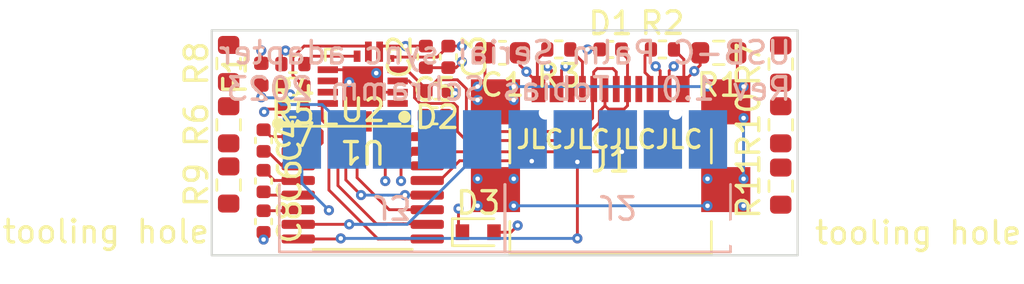
<source format=kicad_pcb>
(kicad_pcb (version 20211014) (generator pcbnew)
  (layers (0 "F.Cu" signal) (1 "In1.Cu" signal) (2 "In2.Cu" signal) (31 "B.Cu" signal) (34 "B.Paste" user) (35 "F.Paste" user) (36 "B.SilkS" user "B.Silkscreen") (37 "F.SilkS" user "F.Silkscreen") (38 "B.Mask" user) (39 "F.Mask" user) (44 "Edge.Cuts" user))
  (net 0 "")
  (net 9 "GND")
  (net 10 "Net-(J1-PadS1)")
  (net 11 "VBUS")
  (net 12 "Net-(J1-PadA5)")
  (net 13 "/D+")
  (net 14 "/D-")
  (net 15 "Net-(J1-PadB5)")
  (net 16 "/TXD")
  (net 17 "/RTS")
  (net 18 "/RXD")
  (net 19 "/+3v3")
  (net 20 "/DTR")
  (net 21 "/+5V")
  (net 22 "/ID")
  (net 23 "/HOTSYNC")
  (net 24 "/CTS")
  (net 25 "+3V3")
  (net 26 "Net-(U2-Pad1)")
  (net 27 "Net-(U2-Pad3)")
  (net 28 "Net-(U2-Pad4)")
  (net 29 "Net-(U2-Pad5)")
  (net 30 "Net-(U2-Pad2)")
  (net 31 "Net-(U2-Pad6)")
  (net 32 "Net-(U1-Pad15)")
  (net 33 "Net-(U1-Pad16)")
  (net 34 "Net-(U1-Pad17)")
  (net 35 "Net-(U1-Pad18)")
  (net 36 "Net-(U1-Pad9)")
  (net 37 "Net-(U1-Pad8)")
  (footprint "ToolingHole:ToolingHole_JLCSMT" (layer "F.Cu") (at 51 59)
    (fp_text reference "H2" hide)
    (fp_text value "MountingHole")
    (fp_text user "tooling hole" (at -5.7 -0.05) (layer "F.SilkS"))
    (pad "" np_thru_hole circle locked (at 0 0) (size 1.152 1.152) (drill 1.152) (layers *.Cu *.Mask))
  )
  (footprint "Diode_SMD:D_SOD-523" (layer "F.Cu") (at 61.825 58.975)
    (fp_text reference "D3" (at 0 -1.3) (layer "F.SilkS"))
    (fp_text value "6.5V")
    (fp_line (start 0.7 -0.6) (end -1.15 -0.6) (layer "F.SilkS") (width 0.12))
    (fp_line (start 0.7 0.6) (end -1.15 0.6) (layer "F.SilkS") (width 0.12))
    (fp_line (start -1.15 -0.6) (end -1.15 0.6) (layer "F.SilkS") (width 0.12))
    (pad "1" smd rect (at -0.7 0 180) (size 0.6 0.7) (layers "F.Cu" "F.Paste" "F.Mask") (net 9 "GND"))
    (pad "2" smd rect (at 0.7 0 180) (size 0.6 0.7) (layers "F.Cu" "F.Paste" "F.Mask") (net 11 "VBUS"))
  )
  (footprint "Resistor_SMD:R_0603_1608Metric" (layer "F.Cu") (at 75.25 51.5 90)
    (fp_text reference "R7" (at 0 -1.43 90) (layer "F.SilkS"))
    (fp_text value "0R")
    (fp_line (start -0.237258 0.5225) (end 0.237258 0.5225) (layer "F.SilkS") (width 0.12))
    (fp_line (start -0.237258 -0.5225) (end 0.237258 -0.5225) (layer "F.SilkS") (width 0.12))
    (pad "1" smd roundrect (at -0.825 0 90) (size 0.8 0.95) (layers "F.Cu" "F.Paste" "F.Mask"))
    (pad "2" smd roundrect (at 0.825 0 90) (size 0.8 0.95) (layers "F.Cu" "F.Paste" "F.Mask"))
  )
  (footprint "Resistor_SMD:R_0603_1608Metric" (layer "F.Cu") (at 72.5 51 180)
    (fp_text reference "R1" (at 0 -1.43) (layer "F.SilkS"))
    (fp_text value "100k")
    (fp_line (start -0.237258 -0.5225) (end 0.237258 -0.5225) (layer "F.SilkS") (width 0.12))
    (fp_line (start -0.237258 0.5225) (end 0.237258 0.5225) (layer "F.SilkS") (width 0.12))
    (pad "1" smd roundrect (at -0.825 0 180) (size 0.8 0.95) (layers "F.Cu" "F.Paste" "F.Mask") (net 10 "Net-(J1-PadS1)"))
    (pad "2" smd roundrect (at 0.825 0 180) (size 0.8 0.95) (layers "F.Cu" "F.Paste" "F.Mask") (net 9 "GND"))
  )
  (footprint "Resistor_SMD:R_0402_1005Metric" (layer "F.Cu") (at 53.6 51.5 180)
    (fp_text reference "R4" (at 0 -1.17) (layer "F.SilkS"))
    (fp_text value "1kR")
    (fp_line (start -0.153641 0.38) (end 0.153641 0.38) (layer "F.SilkS") (width 0.12))
    (fp_line (start -0.153641 -0.38) (end 0.153641 -0.38) (layer "F.SilkS") (width 0.12))
    (pad "1" smd roundrect (at -0.51 0 180) (size 0.54 0.64) (layers "F.Cu" "F.Paste" "F.Mask") (net 36 "Net-(U1-Pad9)"))
    (pad "2" smd roundrect (at 0.51 0 180) (size 0.54 0.64) (layers "F.Cu" "F.Paste" "F.Mask") (net 25 "+3V3"))
  )
  (footprint "Resistor_SMD:R_0603_1608Metric" (layer "F.Cu") (at 50.75 56.875 90)
    (fp_text reference "R9" (at 0 -1.43 90) (layer "F.SilkS"))
    (fp_text value "0R")
    (fp_line (start -0.237258 -0.5225) (end 0.237258 -0.5225) (layer "F.SilkS") (width 0.12))
    (fp_line (start -0.237258 0.5225) (end 0.237258 0.5225) (layer "F.SilkS") (width 0.12))
    (pad "1" smd roundrect (at -0.825 0 90) (size 0.8 0.95) (layers "F.Cu" "F.Paste" "F.Mask"))
    (pad "2" smd roundrect (at 0.825 0 90) (size 0.8 0.95) (layers "F.Cu" "F.Paste" "F.Mask"))
  )
  (footprint "Capacitor_SMD:C_0402_1005Metric" (layer "F.Cu") (at 59.5 51.18 90)
    (fp_text reference "C2" (at 0 -1.16 90) (layer "F.SilkS"))
    (fp_text value "4.7uF")
    (fp_line (start -0.107836 -0.36) (end 0.107836 -0.36) (layer "F.SilkS") (width 0.12))
    (fp_line (start -0.107836 0.36) (end 0.107836 0.36) (layer "F.SilkS") (width 0.12))
    (pad "1" smd roundrect (at -0.48 0 90) (size 0.56 0.62) (layers "F.Cu" "F.Paste" "F.Mask") (net 9 "GND"))
    (pad "2" smd roundrect (at 0.48 0 90) (size 0.56 0.62) (layers "F.Cu" "F.Paste" "F.Mask") (net 11 "VBUS"))
  )
  (footprint "Package_DFN_QFN_SiLabs:SilivonLabs_QFN-20-1EP_3x3mm_P0.5mm_missing_pads" (layer "F.Cu") (at 56.7 52.5 180)
    (fp_text reference "U1" (at 0 -2.9 180 unlocked) (layer "F.SilkS"))
    (fp_text value "CP2102N-Axx-xQFN20")
    (fp_line (start 1.16 -1.66) (end 1.66 -1.66) (layer "F.SilkS") (width 0.12))
    (fp_line (start 1.66 1.66) (end 1.66 1.16) (layer "F.SilkS") (width 0.12))
    (fp_line (start -1.16 1.66) (end -1.66 1.66) (layer "F.SilkS") (width 0.12))
    (fp_line (start -1.66 -1.66) (end -1.16 -1.66) (layer "F.SilkS") (width 0.12))
    (fp_line (start 1.16 1.66) (end 1.66 1.66) (layer "F.SilkS") (width 0.12))
    (fp_line (start 1.66 -1.66) (end 1.66 -1.16) (layer "F.SilkS") (width 0.12))
    (fp_line (start -1.66 1.66) (end -1.66 1.16) (layer "F.SilkS") (width 0.12))
    (pad "1" smd rect (at -1.25 -1.25 180) (size 0.3 0.3) (layers "F.Cu" "F.Paste" "F.Mask"))
    (pad "2" smd rect (at -1.55 -0.75 180) (size 0.9 0.3) (layers "F.Cu" "F.Paste" "F.Mask"))
    (pad "3" smd rect (at -1.55 -0.25 180) (size 0.9 0.3) (layers "F.Cu" "F.Paste" "F.Mask") (net 9 "GND"))
    (pad "4" smd rect (at -1.55 0.25 180) (size 0.9 0.3) (layers "F.Cu" "F.Paste" "F.Mask") (net 13 "/D+"))
    (pad "5" smd rect (at -1.55 0.75 180) (size 0.9 0.3) (layers "F.Cu" "F.Paste" "F.Mask") (net 14 "/D-"))
    (pad "6" smd rect (at -1.25 1.25 180) (size 0.3 0.3) (layers "F.Cu" "F.Paste" "F.Mask") (net 25 "+3V3"))
    (pad "7" smd rect (at -0.75 1.55 270) (size 0.9 0.3) (layers "F.Cu" "F.Paste" "F.Mask") (net 11 "VBUS"))
    (pad "8" smd rect (at -0.25 1.55 270) (size 0.9 0.3) (layers "F.Cu" "F.Paste" "F.Mask") (net 37 "Net-(U1-Pad8)"))
    (pad "9" smd rect (at 0.25 1.35 270) (size 0.5 0.3) (layers "F.Cu" "F.Paste" "F.Mask") (net 36 "Net-(U1-Pad9)"))
    (pad "12" smd rect (at 1.55 0.75 180) (size 0.9 0.3) (layers "F.Cu" "F.Paste" "F.Mask") (net 9 "GND"))
    (pad "13" smd rect (at 1.55 0.25 180) (size 0.9 0.3) (layers "F.Cu" "F.Paste" "F.Mask"))
    (pad "14" smd rect (at 1.55 -0.25 180) (size 0.9 0.3) (layers "F.Cu" "F.Paste" "F.Mask"))
    (pad "15" smd rect (at 1.55 -0.75 180) (size 0.9 0.3) (layers "F.Cu" "F.Paste" "F.Mask") (net 32 "Net-(U1-Pad15)"))
    (pad "16" smd rect (at 1.25 -1.25 180) (size 0.3 0.3) (layers "F.Cu" "F.Paste" "F.Mask") (net 33 "Net-(U1-Pad16)"))
    (pad "17" smd rect (at 0.75 -1.55 270) (size 0.9 0.3) (layers "F.Cu" "F.Paste" "F.Mask") (net 34 "Net-(U1-Pad17)"))
    (pad "18" smd rect (at 0.25 -1.55 270) (size 0.9 0.3) (layers "F.Cu" "F.Paste" "F.Mask") (net 35 "Net-(U1-Pad18)"))
    (pad "19" smd rect (at -0.25 -1.55 270) (size 0.9 0.3) (layers "F.Cu" "F.Paste" "F.Mask"))
    (pad "20" smd rect (at -0.75 -1.55 270) (size 0.9 0.3) (layers "F.Cu" "F.Paste" "F.Mask"))
    (pad "21" smd rect (at 0 0 180) (size 1.8 1.8) (layers "F.Cu" "F.Mask") (net 9 "GND"))
  )
  (footprint "ToolingHole:ToolingHole_JLCSMT" (layer "F.Cu") (at 73.2 59)
    (fp_text reference "H1" hide)
    (fp_text value "MountingHole")
    (fp_text user "tooling hole" (at 8.15 0) (layer "F.SilkS"))
    (pad "" np_thru_hole circle locked (at 0 0) (size 1.152 1.152) (drill 1.152) (layers *.Cu *.Mask))
  )
  (footprint "Capacitor_SMD:C_0402_1005Metric" (layer "F.Cu") (at 67.7 50.85)
    (fp_text reference "D1" (at 0 -1.16) (layer "F.SilkS"))
    (fp_text value "D_TVS")
    (fp_line (start -0.107836 0.36) (end 0.107836 0.36) (layer "F.SilkS") (width 0.12))
    (fp_line (start -0.107836 -0.36) (end 0.107836 -0.36) (layer "F.SilkS") (width 0.12))
    (pad "1" smd roundrect (at -0.48 0) (size 0.56 0.62) (layers "F.Cu" "F.Paste" "F.Mask") (net 9 "GND"))
    (pad "2" smd roundrect (at 0.48 0) (size 0.56 0.62) (layers "F.Cu" "F.Paste" "F.Mask") (net 13 "/D+"))
  )
  (footprint "Package_SO:TSSOP-16_4.4x5mm_P0.65mm" (layer "F.Cu") (at 56.7 57)
    (fp_text reference "U2" (at 0 -3.45) (layer "F.SilkS"))
    (fp_text value "TRSF3232E")
    (fp_line (start 0 2.735) (end 2.2 2.735) (layer "F.SilkS") (width 0.12))
    (fp_line (start 0 -2.735) (end -3.6 -2.735) (layer "F.SilkS") (width 0.12))
    (fp_line (start 0 -2.735) (end 2.2 -2.735) (layer "F.SilkS") (width 0.12))
    (fp_line (start 0 2.735) (end -2.2 2.735) (layer "F.SilkS") (width 0.12))
    (pad "1" smd roundrect (at -2.8625 -2.275) (size 1.475 0.4) (layers "F.Cu" "F.Paste" "F.Mask") (net 26 "Net-(U2-Pad1)"))
    (pad "2" smd roundrect (at -2.8625 -1.625) (size 1.475 0.4) (layers "F.Cu" "F.Paste" "F.Mask") (net 30 "Net-(U2-Pad2)"))
    (pad "3" smd roundrect (at -2.8625 -0.975) (size 1.475 0.4) (layers "F.Cu" "F.Paste" "F.Mask") (net 27 "Net-(U2-Pad3)"))
    (pad "4" smd roundrect (at -2.8625 -0.325) (size 1.475 0.4) (layers "F.Cu" "F.Paste" "F.Mask") (net 28 "Net-(U2-Pad4)"))
    (pad "5" smd roundrect (at -2.8625 0.325) (size 1.475 0.4) (layers "F.Cu" "F.Paste" "F.Mask") (net 29 "Net-(U2-Pad5)"))
    (pad "6" smd roundrect (at -2.8625 0.975) (size 1.475 0.4) (layers "F.Cu" "F.Paste" "F.Mask") (net 31 "Net-(U2-Pad6)"))
    (pad "7" smd roundrect (at -2.8625 1.625) (size 1.475 0.4) (layers "F.Cu" "F.Paste" "F.Mask") (net 24 "/CTS"))
    (pad "8" smd roundrect (at -2.8625 2.275) (size 1.475 0.4) (layers "F.Cu" "F.Paste" "F.Mask") (net 17 "/RTS"))
    (pad "9" smd roundrect (at 2.8625 2.275) (size 1.475 0.4) (layers "F.Cu" "F.Paste" "F.Mask") (net 32 "Net-(U1-Pad15)"))
    (pad "10" smd roundrect (at 2.8625 1.625) (size 1.475 0.4) (layers "F.Cu" "F.Paste" "F.Mask") (net 33 "Net-(U1-Pad16)"))
    (pad "11" smd roundrect (at 2.8625 0.975) (size 1.475 0.4) (layers "F.Cu" "F.Paste" "F.Mask") (net 35 "Net-(U1-Pad18)"))
    (pad "12" smd roundrect (at 2.8625 0.325) (size 1.475 0.4) (layers "F.Cu" "F.Paste" "F.Mask") (net 34 "Net-(U1-Pad17)"))
    (pad "13" smd roundrect (at 2.8625 -0.325) (size 1.475 0.4) (layers "F.Cu" "F.Paste" "F.Mask") (net 16 "/TXD"))
    (pad "14" smd roundrect (at 2.8625 -0.975) (size 1.475 0.4) (layers "F.Cu" "F.Paste" "F.Mask") (net 18 "/RXD"))
    (pad "15" smd roundrect (at 2.8625 -1.625) (size 1.475 0.4) (layers "F.Cu" "F.Paste" "F.Mask") (net 9 "GND"))
    (pad "16" smd roundrect (at 2.8625 -2.275) (size 1.475 0.4) (layers "F.Cu" "F.Paste" "F.Mask") (net 25 "+3V3"))
  )
  (footprint "Connector_SOFNG:MC-311S" (layer "F.Cu") (at 67.7 56.3)
    (fp_text reference "J1" (at 0 -0.5 unlocked) (layer "F.SilkS"))
    (fp_text value "USB_C_Receptacle_USB2.0")
    (fp_line (start 4.47 3.66) (end 4.47 2.2) (layer "F.SilkS") (width 0.12))
    (fp_line (start -4.47 3.66) (end -4.47 2.2) (layer "F.SilkS") (width 0.12))
    (fp_line (start 4.47 3.66) (end -4.47 3.66) (layer "F.SilkS") (width 0.12))
    (fp_line (start -4.47 -1.9) (end -4.47 -0.4) (layer "F.SilkS") (width 0.12))
    (fp_line (start 4.47 -1.9) (end 4.47 -0.4) (layer "F.SilkS") (width 0.12))
    (pad "" np_thru_hole circle (at 2.89 -2.63 180) (size 0.6 0.6) (drill 0.6) (layers *.Cu *.Mask))
    (pad "" np_thru_hole circle (at -2.89 -2.63 180) (size 0.6 0.6) (drill 0.6) (layers *.Cu *.Mask))
    (pad "A1" smd rect (at -3.2 -3.69) (size 0.6 1.16) (layers "F.Cu" "F.Paste" "F.Mask") (net 9 "GND"))
    (pad "A4" smd rect (at -2.4 -3.69) (size 0.6 1.16) (layers "F.Cu" "F.Paste" "F.Mask") (net 11 "VBUS"))
    (pad "A5" smd rect (at -1.25 -3.69 180) (size 0.3 1.16) (layers "F.Cu" "F.Paste" "F.Mask") (net 12 "Net-(J1-PadA5)"))
    (pad "A6" smd rect (at -0.25 -3.69 180) (size 0.3 1.16) (layers "F.Cu" "F.Paste" "F.Mask") (net 13 "/D+"))
    (pad "A7" smd rect (at 0.25 -3.69 180) (size 0.3 1.16) (layers "F.Cu" "F.Paste" "F.Mask") (net 14 "/D-"))
    (pad "A8" smd rect (at 1.25 -3.69 180) (size 0.3 1.16) (layers "F.Cu" "F.Paste" "F.Mask"))
    (pad "A9" smd rect (at 2.4 -3.69) (size 0.6 1.16) (layers "F.Cu" "F.Paste" "F.Mask") (net 11 "VBUS"))
    (pad "A12" smd rect (at 3.2 -3.69) (size 0.6 1.16) (layers "F.Cu" "F.Paste" "F.Mask") (net 9 "GND"))
    (pad "B1" smd rect (at 3.2 -3.69) (size 0.6 1.16) (layers "F.Cu" "F.Paste" "F.Mask") (net 9 "GND"))
    (pad "B4" smd rect (at 2.4 -3.69) (size 0.6 1.16) (layers "F.Cu" "F.Paste" "F.Mask") (net 11 "VBUS"))
    (pad "B5" smd rect (at 1.75 -3.69 180) (size 0.3 1.16) (layers "F.Cu" "F.Paste" "F.Mask") (net 15 "Net-(J1-PadB5)"))
    (pad "B6" smd rect (at 0.75 -3.69 180) (size 0.3 1.16) (layers "F.Cu" "F.Paste" "F.Mask") (net 13 "/D+"))
    (pad "B7" smd rect (at -0.75 -3.69 180) (size 0.3 1.16) (layers "F.Cu" "F.Paste" "F.Mask") (net 14 "/D-"))
    (pad "B8" smd rect (at -1.75 -3.69 180) (size 0.3 1.16) (layers "F.Cu" "F.Paste" "F.Mask"))
    (pad "B9" smd rect (at -2.4 -3.69) (size 0.6 1.16) (layers "F.Cu" "F.Paste" "F.Mask") (net 11 "VBUS"))
    (pad "B12" smd rect (at -3.2 -3.69) (size 0.6 1.16) (layers "F.Cu" "F.Paste" "F.Mask") (net 9 "GND"))
    (pad "S1" smd rect (at 5.11 -3.12) (size 2.18 2) (layers "F.Cu" "F.Paste" "F.Mask") (net 10 "Net-(J1-PadS1)"))
    (pad "S1" smd rect (at -5.11 -3.12) (size 2.18 2) (layers "F.Cu" "F.Paste" "F.Mask") (net 10 "Net-(J1-PadS1)"))
    (pad "S1" smd rect (at 5.11 0.78) (size 2.18 2) (layers "F.Cu" "F.Paste" "F.Mask") (net 10 "Net-(J1-PadS1)"))
    (pad "S1" smd rect (at -5.11 0.78) (size 2.18 2) (layers "F.Cu" "F.Paste" "F.Mask") (net 10 "Net-(J1-PadS1)"))
  )
  (footprint "Capacitor_SMD:C_0402_1005Metric" (layer "F.Cu") (at 52.3 58.5 -90)
    (fp_text reference "C8" (at 0 -1.16 90) (layer "F.SilkS"))
    (fp_text value "100nF")
    (fp_line (start -0.107836 0.36) (end 0.107836 0.36) (layer "F.SilkS") (width 0.12))
    (fp_line (start -0.107836 -0.36) (end 0.107836 -0.36) (layer "F.SilkS") (width 0.12))
    (pad "1" smd roundrect (at -0.48 0 270) (size 0.56 0.62) (layers "F.Cu" "F.Paste" "F.Mask") (net 31 "Net-(U2-Pad6)"))
    (pad "2" smd roundrect (at 0.48 0 270) (size 0.56 0.62) (layers "F.Cu" "F.Paste" "F.Mask") (net 9 "GND"))
  )
  (footprint "Capacitor_SMD:C_0402_1005Metric" (layer "F.Cu") (at 53.6 53.5 180)
    (fp_text reference "C7" (at 0 -1.16) (layer "F.SilkS"))
    (fp_text value "100nF")
    (fp_line (start -0.107836 -0.36) (end 0.107836 -0.36) (layer "F.SilkS") (width 0.12))
    (fp_line (start -0.107836 0.36) (end 0.107836 0.36) (layer "F.SilkS") (width 0.12))
    (pad "1" smd roundrect (at -0.48 0 180) (size 0.56 0.62) (layers "F.Cu" "F.Paste" "F.Mask") (net 30 "Net-(U2-Pad2)"))
    (pad "2" smd roundrect (at 0.48 0 180) (size 0.56 0.62) (layers "F.Cu" "F.Paste" "F.Mask") (net 9 "GND"))
  )
  (footprint "Capacitor_SMD:C_0402_1005Metric" (layer "F.Cu") (at 52.3 54.9 -90)
    (fp_text reference "C4" (at 0 -1.16 90) (layer "F.SilkS"))
    (fp_text value "100nF")
    (fp_line (start -0.107836 0.36) (end 0.107836 0.36) (layer "F.SilkS") (width 0.12))
    (fp_line (start -0.107836 -0.36) (end 0.107836 -0.36) (layer "F.SilkS") (width 0.12))
    (pad "1" smd roundrect (at -0.48 0 270) (size 0.56 0.62) (layers "F.Cu" "F.Paste" "F.Mask") (net 26 "Net-(U2-Pad1)"))
    (pad "2" smd roundrect (at 0.48 0 270) (size 0.56 0.62) (layers "F.Cu" "F.Paste" "F.Mask") (net 27 "Net-(U2-Pad3)"))
  )
  (footprint "Capacitor_SMD:C_0402_1005Metric" (layer "F.Cu") (at 60.5 51.18 -90)
    (fp_text reference "C3" (at 0 -1.16 90) (layer "F.SilkS"))
    (fp_text value "4.7uF")
    (fp_line (start -0.107836 0.36) (end 0.107836 0.36) (layer "F.SilkS") (width 0.12))
    (fp_line (start -0.107836 -0.36) (end 0.107836 -0.36) (layer "F.SilkS") (width 0.12))
    (pad "1" smd roundrect (at -0.48 0 270) (size 0.56 0.62) (layers "F.Cu" "F.Paste" "F.Mask") (net 25 "+3V3"))
    (pad "2" smd roundrect (at 0.48 0 270) (size 0.56 0.62) (layers "F.Cu" "F.Paste" "F.Mask") (net 9 "GND"))
  )
  (footprint "Resistor_SMD:R_0402_1005Metric" (layer "F.Cu") (at 65.4 50.85 180)
    (fp_text reference "R3" (at 0 -1.17) (layer "F.SilkS"))
    (fp_text value "5.1k")
    (fp_line (start -0.153641 0.38) (end 0.153641 0.38) (layer "F.SilkS") (width 0.12))
    (fp_line (start -0.153641 -0.38) (end 0.153641 -0.38) (layer "F.SilkS") (width 0.12))
    (pad "1" smd roundrect (at -0.51 0 180) (size 0.54 0.64) (layers "F.Cu" "F.Paste" "F.Mask") (net 12 "Net-(J1-PadA5)"))
    (pad "2" smd roundrect (at 0.51 0 180) (size 0.54 0.64) (layers "F.Cu" "F.Paste" "F.Mask") (net 9 "GND"))
  )
  (footprint "Resistor_SMD:R_0603_1608Metric" (layer "F.Cu") (at 50.75 51.475 90)
    (fp_text reference "R8" (at 0 -1.43 90) (layer "F.SilkS"))
    (fp_text value "0R")
    (fp_line (start -0.237258 0.5225) (end 0.237258 0.5225) (layer "F.SilkS") (width 0.12))
    (fp_line (start -0.237258 -0.5225) (end 0.237258 -0.5225) (layer "F.SilkS") (width 0.12))
    (pad "1" smd roundrect (at -0.825 0 90) (size 0.8 0.95) (layers "F.Cu" "F.Paste" "F.Mask"))
    (pad "2" smd roundrect (at 0.825 0 90) (size 0.8 0.95) (layers "F.Cu" "F.Paste" "F.Mask"))
  )
  (footprint "Resistor_SMD:R_0603_1608Metric" (layer "F.Cu") (at 75.25 54.2 90)
    (fp_text reference "R10" (at 0 -1.43 90) (layer "F.SilkS"))
    (fp_text value "0R")
    (fp_line (start -0.237258 -0.5225) (end 0.237258 -0.5225) (layer "F.SilkS") (width 0.12))
    (fp_line (start -0.237258 0.5225) (end 0.237258 0.5225) (layer "F.SilkS") (width 0.12))
    (pad "1" smd roundrect (at -0.825 0 90) (size 0.8 0.95) (layers "F.Cu" "F.Paste" "F.Mask"))
    (pad "2" smd roundrect (at 0.825 0 90) (size 0.8 0.95) (layers "F.Cu" "F.Paste" "F.Mask"))
  )
  (footprint "Capacitor_SMD:C_0402_1005Metric" (layer "F.Cu") (at 52.3 56.7 -90)
    (fp_text reference "C6" (at 0 -1.16 90) (layer "F.SilkS"))
    (fp_text value "100nF")
    (fp_line (start -0.107836 -0.36) (end 0.107836 -0.36) (layer "F.SilkS") (width 0.12))
    (fp_line (start -0.107836 0.36) (end 0.107836 0.36) (layer "F.SilkS") (width 0.12))
    (pad "1" smd roundrect (at -0.48 0 270) (size 0.56 0.62) (layers "F.Cu" "F.Paste" "F.Mask") (net 28 "Net-(U2-Pad4)"))
    (pad "2" smd roundrect (at 0.48 0 270) (size 0.56 0.62) (layers "F.Cu" "F.Paste" "F.Mask") (net 29 "Net-(U2-Pad5)"))
  )
  (footprint "Capacitor_SMD:C_0603_1608Metric" (layer "F.Cu") (at 62.9 51 180)
    (fp_text reference "C1" (at 0 -1.43) (layer "F.SilkS"))
    (fp_text value "1nF")
    (fp_line (start -0.14058 -0.51) (end 0.14058 -0.51) (layer "F.SilkS") (width 0.12))
    (fp_line (start -0.14058 0.51) (end 0.14058 0.51) (layer "F.SilkS") (width 0.12))
    (pad "1" smd roundrect (at -0.775 0 180) (size 0.9 0.95) (layers "F.Cu" "F.Paste" "F.Mask") (net 9 "GND"))
    (pad "2" smd roundrect (at 0.775 0 180) (size 0.9 0.95) (layers "F.Cu" "F.Paste" "F.Mask") (net 10 "Net-(J1-PadS1)"))
  )
  (footprint "Fuse:Fuse_0402_1005Metric" (layer "F.Cu") (at 52.2 51.95 90)
    (fp_text reference "F1" (at 0 -1.17 90) (layer "F.SilkS"))
    (fp_text value "1A")
    (pad "1" smd roundrect (at -0.485 0 90) (size 0.59 0.64) (layers "F.Cu" "F.Paste" "F.Mask") (net 21 "/+5V"))
    (pad "2" smd roundrect (at 0.485 0 90) (size 0.59 0.64) (layers "F.Cu" "F.Paste" "F.Mask") (net 11 "VBUS"))
  )
  (footprint "Resistor_SMD:R_0603_1608Metric" (layer "F.Cu") (at 75.25 56.925 90)
    (fp_text reference "R11" (at 0 -1.43 90) (layer "F.SilkS"))
    (fp_text value "0R")
    (fp_line (start -0.237258 0.5225) (end 0.237258 0.5225) (layer "F.SilkS") (width 0.12))
    (fp_line (start -0.237258 -0.5225) (end 0.237258 -0.5225) (layer "F.SilkS") (width 0.12))
    (pad "1" smd roundrect (at -0.825 0 90) (size 0.8 0.95) (layers "F.Cu" "F.Paste" "F.Mask"))
    (pad "2" smd roundrect (at 0.825 0 90) (size 0.8 0.95) (layers "F.Cu" "F.Paste" "F.Mask"))
  )
  (footprint "Capacitor_SMD:C_0402_1005Metric" (layer "F.Cu") (at 60 52.7 180)
    (fp_text reference "D2" (at 0 -1.16) (layer "F.SilkS"))
    (fp_text value "D_TVS")
    (fp_line (start -0.107836 0.36) (end 0.107836 0.36) (layer "F.SilkS") (width 0.12))
    (fp_line (start -0.107836 -0.36) (end 0.107836 -0.36) (layer "F.SilkS") (width 0.12))
    (pad "1" smd roundrect (at -0.48 0 180) (size 0.56 0.62) (layers "F.Cu" "F.Paste" "F.Mask") (net 9 "GND"))
    (pad "2" smd roundrect (at 0.48 0 180) (size 0.56 0.62) (layers "F.Cu" "F.Paste" "F.Mask") (net 14 "/D-"))
  )
  (footprint "Resistor_SMD:R_0402_1005Metric" (layer "F.Cu") (at 53.6 52.5 180)
    (fp_text reference "R5" (at 0 -1.17) (layer "F.SilkS"))
    (fp_text value "1kR")
    (fp_line (start -0.153641 0.38) (end 0.153641 0.38) (layer "F.SilkS") (width 0.12))
    (fp_line (start -0.153641 -0.38) (end 0.153641 -0.38) (layer "F.SilkS") (width 0.12))
    (pad "1" smd roundrect (at -0.51 0 180) (size 0.54 0.64) (layers "F.Cu" "F.Paste" "F.Mask") (net 37 "Net-(U1-Pad8)"))
    (pad "2" smd roundrect (at 0.51 0 180) (size 0.54 0.64) (layers "F.Cu" "F.Paste" "F.Mask") (net 11 "VBUS"))
  )
  (footprint "Resistor_SMD:R_0603_1608Metric" (layer "F.Cu") (at 50.75 54.2 90)
    (fp_text reference "R6" (at 0 -1.43 90) (layer "F.SilkS"))
    (fp_text value "0R")
    (fp_line (start -0.237258 -0.5225) (end 0.237258 -0.5225) (layer "F.SilkS") (width 0.12))
    (fp_line (start -0.237258 0.5225) (end 0.237258 0.5225) (layer "F.SilkS") (width 0.12))
    (pad "1" smd roundrect (at -0.825 0 90) (size 0.8 0.95) (layers "F.Cu" "F.Paste" "F.Mask"))
    (pad "2" smd roundrect (at 0.825 0 90) (size 0.8 0.95) (layers "F.Cu" "F.Paste" "F.Mask"))
  )
  (footprint "Resistor_SMD:R_0402_1005Metric" (layer "F.Cu") (at 70 50.85)
    (fp_text reference "R2" (at 0 -1.17) (layer "F.SilkS"))
    (fp_text value "5.1k")
    (fp_line (start -0.153641 0.38) (end 0.153641 0.38) (layer "F.SilkS") (width 0.12))
    (fp_line (start -0.153641 -0.38) (end 0.153641 -0.38) (layer "F.SilkS") (width 0.12))
    (pad "1" smd roundrect (at -0.51 0) (size 0.54 0.64) (layers "F.Cu" "F.Paste" "F.Mask") (net 15 "Net-(J1-PadB5)"))
    (pad "2" smd roundrect (at 0.51 0) (size 0.54 0.64) (layers "F.Cu" "F.Paste" "F.Mask") (net 9 "GND"))
  )
  (footprint "Capacitor_SMD:C_0402_1005Metric" (layer "F.Cu") (at 59.9 53.8)
    (fp_text reference "C5" (at 0 -1.16) (layer "F.SilkS"))
    (fp_text value "100nF")
    (fp_line (start -0.107836 0.36) (end 0.107836 0.36) (layer "F.SilkS") (width 0.12))
    (fp_line (start -0.107836 -0.36) (end 0.107836 -0.36) (layer "F.SilkS") (width 0.12))
    (pad "1" smd roundrect (at -0.48 0) (size 0.56 0.62) (layers "F.Cu" "F.Paste" "F.Mask") (net 25 "+3V3"))
    (pad "2" smd roundrect (at 0.48 0) (size 0.56 0.62) (layers "F.Cu" "F.Paste" "F.Mask") (net 9 "GND"))
  )
  (footprint "Spring_Contacts_AliExpress:05x01_2mm" (layer "B.Cu") (at 68.019999 54.849999)
    (fp_text reference "J2" (at 0 3 180 unlocked) (layer "B.SilkS") (effects (justify mirror)))
    (fp_text value "Conn_01x05")
    (fp_line (start 5 5) (end -5 5) (layer "B.SilkS") (width 0.12))
    (fp_line (start -5 5) (end -5 2) (layer "B.SilkS") (width 0.12))
    (fp_line (start 5 2) (end 5 5) (layer "B.SilkS") (width 0.12))
    (pad "1" smd rect (at -4 0) (size 1.7 2.6) (layers "B.Cu" "B.Paste" "B.Mask") (net 16 "/TXD"))
    (pad "2" smd rect (at -2 0) (size 1.7 2.6) (layers "B.Cu" "B.Paste" "B.Mask") (net 17 "/RTS"))
    (pad "3" smd rect (at 0 0) (size 1.7 2.6) (layers "B.Cu" "B.Paste" "B.Mask") (net 18 "/RXD"))
    (pad "4" smd rect (at 2 0) (size 1.7 2.6) (layers "B.Cu" "B.Paste" "B.Mask") (net 19 "/+3v3"))
    (pad "5" smd rect (at 4 0) (size 1.7 2.6) (layers "B.Cu" "B.Paste" "B.Mask") (net 20 "/DTR"))
  )
  (footprint "Spring_Contacts_AliExpress:05x01_2mm" (layer "B.Cu") (at 58 54.85)
    (fp_text reference "J3" (at 0 3 180 unlocked) (layer "B.SilkS") (effects (justify mirror)))
    (fp_text value "Conn_01x05")
    (fp_line (start 5 2) (end 5 5) (layer "B.SilkS") (width 0.12))
    (fp_line (start -5 5) (end -5 2) (layer "B.SilkS") (width 0.12))
    (fp_line (start 5 5) (end -5 5) (layer "B.SilkS") (width 0.12))
    (pad "1" smd rect (at -4 0) (size 1.7 2.6) (layers "B.Cu" "B.Paste" "B.Mask") (net 9 "GND"))
    (pad "2" smd rect (at -2 0) (size 1.7 2.6) (layers "B.Cu" "B.Paste" "B.Mask") (net 21 "/+5V"))
    (pad "3" smd rect (at 0 0) (size 1.7 2.6) (layers "B.Cu" "B.Paste" "B.Mask") (net 22 "/ID"))
    (pad "4" smd rect (at 2 0) (size 1.7 2.6) (layers "B.Cu" "B.Paste" "B.Mask") (net 23 "/HOTSYNC"))
    (pad "5" smd rect (at 4 0) (size 1.7 2.6) (layers "B.Cu" "B.Paste" "B.Mask") (net 24 "/CTS"))
  )
  (gr_circle (center 52.95 54.15) (end 53.15 54.15) (layer "F.SilkS") (width 0.15) (fill solid))
  (gr_circle (center 58.55 53.85) (end 58.75 53.85) (layer "F.SilkS") (width 0.15) (fill solid))
  (gr_rect (start 50 50) (end 76 60) (layer "Edge.Cuts") (width 0.1) (fill none))
  (gr_text "USB-C Palm Serial sync adapter\nRev 1.0   Tobias Schramm 2023" (at 75.8 51.8) (layer "B.SilkS") (effects (font (size 1 1)) (justify left mirror)))
  (gr_text "JLCJLCJLCJLC" (at 67.65 54.85) (layer "F.SilkS") (effects (font (size 0.8 0.8))))
  (segment (start 70.95 51.29) (end 70.95 52.575) (width 0.127) (layer "F.Cu") (net 9))
  (segment (start 58.25 52.75) (end 56.65 52.75) (width 0.127) (layer "F.Cu") (net 9))
  (segment (start 67.22 50.85) (end 66.675 50.85) (width 0.127) (layer "F.Cu") (net 9))
  (segment (start 71.675 51.55) (end 71.4125 51.8125) (width 0.127) (layer "F.Cu") (net 9))
  (segment (start 60.7 52.7) (end 60.8 52.8) (width 0.127) (layer "F.Cu") (net 9))
  (segment (start 60.48 52.7) (end 60.7 52.7) (width 0.127) (layer "F.Cu") (net 9))
  (segment (start 61.125 58.875) (end 60.95 58.7) (width 0.127) (layer "F.Cu") (net 9))
  (segment (start 59.5 51.66) (end 60.84 51.66) (width 0.127) (layer "F.Cu") (net 9))
  (segment (start 60.84 51.66) (end 61.1 51.4) (width 0.127) (layer "F.Cu") (net 9))
  (segment (start 52.45 53.5) (end 52.325 53.625) (width 0.127) (layer "F.Cu") (net 9))
  (segment (start 70.51 50.85) (end 70.95 51.29) (width 0.127) (layer "F.Cu") (net 9))
  (segment (start 60.95 58.7) (end 60.95 57.925) (width 0.127) (layer "F.Cu") (net 9))
  (segment (start 61.125 58.975) (end 61.125 58.875) (width 0.127) (layer "F.Cu") (net 9))
  (segment (start 64.45 51.29) (end 64.45 52.6) (width 0.127) (layer "F.Cu") (net 9))
  (segment (start 60.5 55) (end 60.5 53.8) (width 0.127) (layer "F.Cu") (net 9))
  (segment (start 55.15 51.75) (end 56.65 51.75) (width 0.127) (layer "F.Cu") (net 9))
  (segment (start 58.4 56) (end 58.4 56.7) (width 0.127) (layer "F.Cu") (net 9))
  (segment (start 60.125 55.375) (end 60.5 55) (width 0.127) (layer "F.Cu") (net 9))
  (segment (start 63.675 51) (end 63.675 51.55) (width 0.127) (layer "F.Cu") (net 9))
  (segment (start 70.95 52.275) (end 70.95 52.525) (width 0.127) (layer "F.Cu") (net 9))
  (segment (start 63.9625 51.8375) (end 64.425 52.3) (width 0.127) (layer "F.Cu") (net 9))
  (segment (start 64.45 52.6) (end 64.425 52.625) (width 0.127) (layer "F.Cu") (net 9))
  (segment (start 59.025 55.375) (end 58.7 55.7) (width 0.127) (layer "F.Cu") (net 9))
  (segment (start 64.89 50.85) (end 64.45 51.29) (width 0.127) (layer "F.Cu") (net 9))
  (segment (start 59.5625 55.375) (end 60.125 55.375) (width 0.127) (layer "F.Cu") (net 9))
  (segment (start 71.4125 51.8125) (end 70.95 52.275) (width 0.127) (layer "F.Cu") (net 9))
  (segment (start 56.65 51.75) (end 56.7 51.7) (width 0.127) (layer "F.Cu") (net 9))
  (segment (start 59.5625 55.375) (end 59.025 55.375) (width 0.127) (layer "F.Cu") (net 9))
  (segment (start 70.95 52.575) (end 70.9 52.625) (width 0.127) (layer "F.Cu") (net 9))
  (segment (start 71.675 51) (end 71.675 51.55) (width 0.127) (layer "F.Cu") (net 9))
  (segment (start 58.7 55.7) (end 58.4 56) (width 0.127) (layer "F.Cu") (net 9))
  (segment (start 52.3 58.98) (end 52.3 59.3) (width 0.127) (layer "F.Cu") (net 9))
  (segment (start 56.65 52.75) (end 56.6 52.7) (width 0.127) (layer "F.Cu") (net 9))
  (segment (start 63.675 51.55) (end 63.9625 51.8375) (width 0.127) (layer "F.Cu") (net 9))
  (segment (start 53.12 53.5) (end 52.45 53.5) (width 0.127) (layer "F.Cu") (net 9))
  (via (at 57.3 51.9) (size 0.45) (drill 0.2) (layers "F.Cu" "B.Cu") (net 9))
  (via (at 52.3 59.3) (size 0.45) (drill 0.2) (layers "F.Cu" "B.Cu") (net 9))
  (via (at 63.9625 51.8375) (size 0.45) (drill 0.2) (layers "F.Cu" "B.Cu") (net 9))
  (via (at 71.4125 51.8125) (size 0.45) (drill 0.2) (layers "F.Cu" "B.Cu") (net 9))
  (via (at 66.675 50.85) (size 0.45) (drill 0.2) (layers "F.Cu" "B.Cu") (net 9))
  (via (at 60.8 52.8) (size 0.45) (drill 0.2) (layers "F.Cu" "B.Cu") (net 9))
  (via (at 61.1 51.4) (size 0.45) (drill 0.2) (layers "F.Cu" "B.Cu") (net 9))
  (via (at 58.4 56.7) (size 0.45) (drill 0.2) (layers "F.Cu" "B.Cu") (net 9))
  (via (at 60.95 57.925) (size 0.45) (drill 0.2) (layers "F.Cu" "B.Cu") (net 9))
  (via (at 52.325 53.625) (size 0.45) (drill 0.2) (layers "F.Cu" "B.Cu") (net 9))
  (via (at 55.2 58) (size 0.45) (drill 0.2) (layers "F.Cu" "B.Cu") (net 9))
  (via (at 56.1 52.3) (size 0.45) (drill 0.2) (layers "F.Cu" "B.Cu") (net 9))
  (segment (start 54 56.8) (end 55.2 58) (width 0.127) (layer "B.Cu") (net 9))
  (segment (start 54 54.85) (end 54 56.8) (width 0.127) (layer "B.Cu") (net 9))
  (segment (start 73.325 51) (end 73.325 52.55) (width 0.127) (layer "F.Cu") (net 10))
  (segment (start 62.125 52.475) (end 62.15 52.5) (width 0.127) (layer "F.Cu") (net 10))
  (segment (start 62.125 51) (end 62.125 52.475) (width 0.127) (layer "F.Cu") (net 10))
  (via (at 61.8 53.1) (size 0.45) (drill 0.2) (layers "F.Cu" "B.Cu") (net 10))
  (via (at 61.8 52.5) (size 0.45) (drill 0.2) (layers "F.Cu" "B.Cu") (net 10))
  (via (at 73.6 57.8) (size 0.45) (drill 0.2) (layers "F.Cu" "B.Cu") (net 10))
  (via (at 72 56.6) (size 0.45) (drill 0.2) (layers "F.Cu" "B.Cu") (net 10))
  (via (at 73.6 56.6) (size 0.45) (drill 0.2) (layers "F.Cu" "B.Cu") (net 10))
  (via (at 61.8 56.6) (size 0.45) (drill 0.2) (layers "F.Cu" "B.Cu") (net 10))
  (via (at 73.6 52.5) (size 0.45) (drill 0.2) (layers "F.Cu" "B.Cu") (net 10))
  (via (at 61.8 57.8) (size 0.45) (drill 0.2) (layers "F.Cu" "B.Cu") (net 10))
  (via (at 72 52.5) (size 0.45) (drill 0.2) (layers "F.Cu" "B.Cu") (net 10))
  (via (at 63.4 57.8) (size 0.45) (drill 0.2) (layers "F.Cu" "B.Cu") (net 10))
  (via (at 63.4 53.1) (size 0.45) (drill 0.2) (layers "F.Cu" "B.Cu") (net 10))
  (via (at 73.6 53.9) (size 0.45) (drill 0.2) (layers "F.Cu" "B.Cu") (net 10))
  (via (at 72 57.8) (size 0.45) (drill 0.2) (layers "F.Cu" "B.Cu") (net 10))
  (via (at 63.4 52.5) (size 0.45) (drill 0.2) (layers "F.Cu" "B.Cu") (net 10))
  (via (at 63.4 56.6) (size 0.45) (drill 0.2) (layers "F.Cu" "B.Cu") (net 10))
  (segment (start 63.4 52.5) (end 72 52.5) (width 0.127) (layer "B.Cu") (net 10))
  (segment (start 73.6 53.9) (end 73.6 56.6) (width 0.127) (layer "B.Cu") (net 10))
  (segment (start 72 57.8) (end 63.4 57.8) (width 0.127) (layer "B.Cu") (net 10))
  (segment (start 65.7 51.6) (end 65.525 51.775) (width 0.127) (layer "F.Cu") (net 11))
  (segment (start 59.5 50.7) (end 58.6 50.7) (width 0.127) (layer "F.Cu") (net 11))
  (segment (start 70.3 51.8) (end 70.3 52.6) (width 0.127) (layer "F.Cu") (net 11))
  (segment (start 52.2 51.465) (end 52.2 50.9) (width 0.127) (layer "F.Cu") (net 11))
  (segment (start 64.9 51.6) (end 65.075 51.775) (width 0.127) (layer "F.Cu") (net 11))
  (segment (start 70.5 51.6) (end 70.3 51.8) (width 0.127) (layer "F.Cu") (net 11))
  (segment (start 65.075 51.775) (end 65.075 52.6) (width 0.127) (layer "F.Cu") (net 11))
  (segment (start 69.7 51.6) (end 69.9 51.8) (width 0.127) (layer "F.Cu") (net 11))
  (segment (start 53.09 52.5) (end 53.125 52.5) (width 0.127) (layer "F.Cu") (net 11))
  (segment (start 57.6 50.7) (end 57.5 50.8) (width 0.127) (layer "F.Cu") (net 11))
  (segment (start 62.525 58.975) (end 63.275 58.975) (width 0.127) (layer "F.Cu") (net 11))
  (segment (start 63.275 58.975) (end 63.575 58.675) (width 0.127) (layer "F.Cu") (net 11))
  (segment (start 65.525 51.775) (end 65.525 52.6) (width 0.127) (layer "F.Cu") (net 11))
  (segment (start 58.6 50.7) (end 57.6 50.7) (width 0.127) (layer "F.Cu") (net 11))
  (segment (start 53.125 52.5) (end 53.475 52.85) (width 0.127) (layer "F.Cu") (net 11))
  (segment (start 69.9 51.8) (end 69.9 52.6) (width 0.127) (layer "F.Cu") (net 11))
  (via (at 52.2 50.9) (size 0.45) (drill 0.2) (layers "F.Cu" "B.Cu") (net 11))
  (via (at 53.475 52.85) (size 0.45) (drill 0.2) (layers "F.Cu" "B.Cu") (net 11))
  (via (at 70.5 51.6) (size 0.45) (drill 0.2) (layers "F.Cu" "B.Cu") (net 11))
  (via (at 58.6 50.7) (size 0.45) (drill 0.2) (layers "F.Cu" "B.Cu") (net 11))
  (via (at 69.7 51.6) (size 0.45) (drill 0.2) (layers "F.Cu" "B.Cu") (net 11))
  (via (at 64.9 51.6) (size 0.45) (drill 0.2) (layers "F.Cu" "B.Cu") (net 11))
  (via (at 63.575 58.675) (size 0.45) (drill 0.2) (layers "F.Cu" "B.Cu") (net 11))
  (via (at 65.7 51.6) (size 0.45) (drill 0.2) (layers "F.Cu" "B.Cu") (net 11))
  (segment (start 66.45 52.61) (end 66.45 51.4) (width 0.127) (layer "F.Cu") (net 12))
  (segment (start 66.45 51.4) (end 65.9 50.85) (width 0.127) (layer "F.Cu") (net 12))
  (segment (start 58.75 52.25) (end 59 52.5) (width 0.127) (layer "F.Cu") (net 13))
  (segment (start 66.4 54.9) (end 67.2 54.1) (width 0.127) (layer "F.Cu") (net 13))
  (segment (start 68.3 53.5) (end 67.6 53.5) (width 0.127) (layer "F.Cu") (net 13))
  (segment (start 68.45 52.61) (end 68.45 53.35) (width 0.127) (layer "F.Cu") (net 13))
  (segment (start 61.3 54.9) (end 66.4 54.9) (width 0.127) (layer "F.Cu") (net 13))
  (segment (start 59 52.5) (end 59 53) (width 0.127) (layer "F.Cu") (net 13))
  (segment (start 59 53) (end 59.25 53.25) (width 0.127) (layer "F.Cu") (net 13))
  (segment (start 60.9 54.5) (end 61.3 54.9) (width 0.127) (layer "F.Cu") (net 13))
  (segment (start 58.25 52.25) (end 58.75 52.25) (width 0.127) (layer "F.Cu") (net 13))
  (segment (start 60.9 53.4) (end 60.9 54.5) (width 0.127) (layer "F.Cu") (net 13))
  (segment (start 68.45 51.25) (end 68.2 51) (width 0.127) (layer "F.Cu") (net 13))
  (segment (start 68.45 53.35) (end 68.3 53.5) (width 0.127) (layer "F.Cu") (net 13))
  (segment (start 67.2 54.1) (end 67.2 53.6) (width 0.127) (layer "F.Cu") (net 13))
  (segment (start 60.75 53.25) (end 60.9 53.4) (width 0.127) (layer "F.Cu") (net 13))
  (segment (start 67.45 53.35) (end 67.45 52.61) (width 0.127) (layer "F.Cu") (net 13))
  (segment (start 59.25 53.25) (end 60.75 53.25) (width 0.127) (layer "F.Cu") (net 13))
  (segment (start 68.45 52.61) (end 68.45 51.25) (width 0.127) (layer "F.Cu") (net 13))
  (segment (start 67.2 53.6) (end 67.45 53.35) (width 0.127) (layer "F.Cu") (net 13))
  (segment (start 67.6 53.5) (end 67.45 53.35) (width 0.127) (layer "F.Cu") (net 13))
  (segment (start 58.65 51.75) (end 59.5 52.6) (width 0.127) (layer "F.Cu") (net 14))
  (segment (start 66.95 51.85) (end 67.1 51.7) (width 0.127) (layer "F.Cu") (net 14))
  (segment (start 61.3 52.6) (end 61.3 54.3) (width 0.127) (layer "F.Cu") (net 14))
  (segment (start 67.1 51.7) (end 67.8 51.7) (width 0.127) (layer "F.Cu") (net 14))
  (segment (start 67.95 51.85) (end 67.95 52.61) (width 0.127) (layer "F.Cu") (net 14))
  (segment (start 60.8995 52.1995) (end 61.3 52.6) (width 0.127) (layer "F.Cu") (net 14))
  (segment (start 58.25 51.75) (end 58.65 51.75) (width 0.127) (layer "F.Cu") (net 14))
  (segment (start 61.3 54.3) (end 61.5 54.5) (width 0.127) (layer "F.Cu") (net 14))
  (segment (start 66.9 53.9) (end 66.9 52.6) (width 0.127) (layer "F.Cu") (net 14))
  (segment (start 66.3 54.5) (end 66.9 53.9) (width 0.127) (layer "F.Cu") (net 14))
  (segment (start 61.5 54.5) (end 66.3 54.5) (width 0.127) (layer "F.Cu") (net 14))
  (segment (start 66.95 52.61) (end 66.95 51.85) (width 0.127) (layer "F.Cu") (net 14))
  (segment (start 60.0205 52.1995) (end 60.8995 52.1995) (width 0.127) (layer "F.Cu") (net 14))
  (segment (start 67.8 51.7) (end 67.95 51.85) (width 0.127) (layer "F.Cu") (net 14))
  (segment (start 59.52 52.7) (end 60.0205 52.1995) (width 0.127) (layer "F.Cu") (net 14))
  (segment (start 69.225 51.125) (end 69.5 50.85) (width 0.127) (layer "F.Cu") (net 15))
  (segment (start 69.225 51.875) (end 69.225 51.125) (width 0.127) (layer "F.Cu") (net 15))
  (segment (start 69.45 52.61) (end 69.45 52.1) (width 0.127) (layer "F.Cu") (net 15))
  (segment (start 69.45 52.1) (end 69.225 51.875) (width 0.127) (layer "F.Cu") (net 15))
  (segment (start 62.3 55.8) (end 64.185 55.8) (width 0.127) (layer "F.Cu") (net 16))
  (segment (start 59.5625 56.675) (end 60.125 56.675) (width 0.127) (layer "F.Cu") (net 16))
  (segment (start 60.125 56.675) (end 60.8 56) (width 0.127) (layer "F.Cu") (net 16))
  (segment (start 60.8 56) (end 61 55.8) (width 0.127) (layer "F.Cu") (net 16))
  (segment (start 61 55.8) (end 62.3 55.8) (width 0.127) (layer "F.Cu") (net 16))
  (segment (start 64.185 55.8) (end 64.2 55.815) (width 0.127) (layer "F.Cu") (net 16))
  (via (at 64.2 55.815) (size 0.45) (drill 0.2) (layers "F.Cu" "B.Cu") (net 16))
  (segment (start 55.7 59.275) (end 55.725 59.25) (width 0.127) (layer "F.Cu") (net 17))
  (segment (start 66.225 59.25) (end 66.225 55.85) (width 0.127) (layer "F.Cu") (net 17))
  (segment (start 53.8375 59.275) (end 55.7 59.275) (width 0.127) (layer "F.Cu") (net 17))
  (via (at 66.225 59.25) (size 0.45) (drill 0.2) (layers "F.Cu" "B.Cu") (net 17))
  (via (at 66.225 55.85) (size 0.45) (drill 0.2) (layers "F.Cu" "B.Cu") (net 17))
  (via (at 55.725 59.25) (size 0.45) (drill 0.2) (layers "F.Cu" "B.Cu") (net 17))
  (segment (start 55.725 59.25) (end 66.225 59.25) (width 0.127) (layer "B.Cu") (net 17))
  (segment (start 60.7 55.4) (end 68.2 55.4) (width 0.127) (layer "F.Cu") (net 18))
  (segment (start 60.075 56.025) (end 60.7 55.4) (width 0.127) (layer "F.Cu") (net 18))
  (segment (start 59.5625 56.025) (end 60.075 56.025) (width 0.127) (layer "F.Cu") (net 18))
  (via (at 68.2 55.4) (size 0.45) (drill 0.2) (layers "F.Cu" "B.Cu") (net 18))
  (segment (start 52.2 52.435) (end 52.2 52.975) (width 0.127) (layer "F.Cu") (net 21))
  (via (at 52.2 52.975) (size 0.45) (drill 0.2) (layers "F.Cu" "B.Cu") (net 21))
  (segment (start 53.1 53.3) (end 54.9 53.3) (width 0.127) (layer "B.Cu") (net 21))
  (segment (start 54.9 53.3) (end 56 54.4) (width 0.127) (layer "B.Cu") (net 21))
  (segment (start 56 54.4) (end 56 54.9) (width 0.127) (layer "B.Cu") (net 21))
  (segment (start 52.8 53) (end 53.1 53.3) (width 0.127) (layer "B.Cu") (net 21))
  (segment (start 52.2 52.975) (end 52.225 53) (width 0.127) (layer "B.Cu") (net 21))
  (segment (start 52.225 53) (end 52.8 53) (width 0.127) (layer "B.Cu") (net 21))
  (segment (start 53.8375 58.625) (end 56.1 58.625) (width 0.127) (layer "F.Cu") (net 24))
  (via (at 56.1 58.625) (size 0.45) (drill 0.2) (layers "F.Cu" "B.Cu") (net 24))
  (segment (start 57.775 58.625) (end 56.1 58.625) (width 0.127) (layer "B.Cu") (net 24))
  (segment (start 58.675 58.625) (end 61.9 55.4) (width 0.127) (layer "B.Cu") (net 24))
  (segment (start 61.9 55.4) (end 61.9 54.9) (width 0.127) (layer "B.Cu") (net 24))
  (segment (start 56.1 58.625) (end 58.675 58.625) (width 0.127) (layer "B.Cu") (net 24))
  (segment (start 62.2 54.85) (end 62.2 55.375) (width 0.127) (layer "B.Cu") (net 24))
  (segment (start 57.9105 51.1895) (end 57.9 51.2) (width 0.127) (layer "F.Cu") (net 25))
  (segment (start 59.42 54.68) (end 59.4 54.7) (width 0.127) (layer "F.Cu") (net 25))
  (segment (start 59.5625 54.725) (end 58.975 54.725) (width 0.127) (layer "F.Cu") (net 25))
  (segment (start 57.7 56) (end 57.7 56.7) (width 0.127) (layer "F.Cu") (net 25))
  (segment (start 58.975 54.725) (end 57.7 56) (width 0.127) (layer "F.Cu") (net 25))
  (segment (start 60.5 50.7) (end 60.0105 51.1895) (width 0.127) (layer "F.Cu") (net 25))
  (segment (start 53.09 51.5) (end 53.09 51.085) (width 0.127) (layer "F.Cu") (net 25))
  (segment (start 59.42 53.8) (end 59.42 54.68) (width 0.127) (layer "F.Cu") (net 25))
  (segment (start 60.0105 51.1895) (end 57.9105 51.1895) (width 0.127) (layer "F.Cu") (net 25))
  (segment (start 60.5 50.7) (end 61.1 50.7) (width 0.127) (layer "F.Cu") (net 25))
  (segment (start 53.09 51.085) (end 53.275 50.9) (width 0.127) (layer "F.Cu") (net 25))
  (via (at 57.7 56.7) (size 0.45) (drill 0.2) (layers "F.Cu" "B.Cu") (net 25))
  (via (at 61.1 50.7) (size 0.45) (drill 0.2) (layers "F.Cu" "B.Cu") (net 25))
  (via (at 53.275 50.9) (size 0.45) (drill 0.2) (layers "F.Cu" "B.Cu") (net 25))
  (segment (start 53.8375 54.725) (end 52.625 54.725) (width 0.127) (layer "F.Cu") (net 26))
  (segment (start 52.625 54.725) (end 52.3 54.4) (width 0.127) (layer "F.Cu") (net 26))
  (segment (start 52.48 55.38) (end 53.1 56) (width 0.127) (layer "F.Cu") (net 27))
  (segment (start 53.1 56) (end 53.8 56) (width 0.127) (layer "F.Cu") (net 27))
  (segment (start 52.3 55.38) (end 52.48 55.38) (width 0.127) (layer "F.Cu") (net 27))
  (segment (start 53.8375 56.675) (end 52.775 56.675) (width 0.127) (layer "F.Cu") (net 28))
  (segment (start 52.775 56.675) (end 52.3 56.2) (width 0.127) (layer "F.Cu") (net 28))
  (segment (start 52.325 57.325) (end 52.3 57.3) (width 0.127) (layer "F.Cu") (net 29))
  (segment (start 53.8375 57.325) (end 52.325 57.325) (width 0.127) (layer "F.Cu") (net 29))
  (segment (start 54.525 55.375) (end 54.9 55) (width 0.127) (layer "F.Cu") (net 30))
  (segment (start 54.9 54.5) (end 54 53.6) (width 0.127) (layer "F.Cu") (net 30))
  (segment (start 54.9 55) (end 54.9 54.5) (width 0.127) (layer "F.Cu") (net 30))
  (segment (start 54 53.6) (end 54 53.5) (width 0.127) (layer "F.Cu") (net 30))
  (segment (start 53.725 55.375) (end 54.525 55.375) (width 0.127) (layer "F.Cu") (net 30))
  (segment (start 52.3 58.02) (end 53.68 58.02) (width 0.127) (layer "F.Cu") (net 31))
  (segment (start 53.68 58.02) (end 53.7 58) (width 0.127) (layer "F.Cu") (net 31))
  (segment (start 54.9 54) (end 54.9 53.3) (width 0.127) (layer "F.Cu") (net 32))
  (segment (start 55.2 57.1) (end 57.375 59.275) (width 0.127) (layer "F.Cu") (net 32))
  (segment (start 59.5625 59.275) (end 58.575 59.275) (width 0.127) (layer "F.Cu") (net 32))
  (segment (start 55.2 54.3) (end 54.9 54) (width 0.127) (layer "F.Cu") (net 32))
  (segment (start 57.375 59.275) (end 58.575 59.275) (width 0.127) (layer "F.Cu") (net 32))
  (segment (start 55.2 55.9) (end 55.2 54.3) (width 0.127) (layer "F.Cu") (net 32))
  (segment (start 55.2 55.9) (end 55.2 57.1) (width 0.127) (layer "F.Cu") (net 32))
  (segment (start 55.45 53.75) (end 55.6 53.9) (width 0.127) (layer "F.Cu") (net 33))
  (segment (start 58.5 58.6) (end 59.4 58.6) (width 0.127) (layer "F.Cu") (net 33))
  (segment (start 58.5 58.6) (end 57.3 58.6) (width 0.127) (layer "F.Cu") (net 33))
  (segment (start 55.6 56.9) (end 55.6 55.7) (width 0.127) (layer "F.Cu") (net 33))
  (segment (start 57.3 58.6) (end 55.6 56.9) (width 0.127) (layer "F.Cu") (net 33))
  (segment (start 55.6 53.9) (end 55.6 55.7) (width 0.127) (layer "F.Cu") (net 33))
  (segment (start 59.5625 57.325) (end 58.575 57.325) (width 0.127) (layer "F.Cu") (net 34))
  (segment (start 55.95 54.05) (end 55.95 55.45) (width 0.127) (layer "F.Cu") (net 34))
  (segment (start 56.625 57.325) (end 55.95 56.65) (width 0.127) (layer "F.Cu") (net 34))
  (segment (start 55.95 56.65) (end 55.95 55.45) (width 0.127) (layer "F.Cu") (net 34))
  (via (at 56.625 57.325) (size 0.45) (drill 0.2) (layers "F.Cu" "B.Cu") (net 34))
  (via (at 58.575 57.325) (size 0.45) (drill 0.2) (layers "F.Cu" "B.Cu") (net 34))
  (segment (start 57.825 57.325) (end 58.575 57.325) (width 0.127) (layer "B.Cu") (net 34))
  (segment (start 57.825 57.325) (end 56.625 57.325) (width 0.127) (layer "B.Cu") (net 34))
  (segment (start 57.875 57.975) (end 56.45 56.55) (width 0.127) (layer "F.Cu") (net 35))
  (segment (start 58.525 57.975) (end 59.5625 57.975) (width 0.127) (layer "F.Cu") (net 35))
  (segment (start 56.45 56.55) (end 56.45 55.35) (width 0.127) (layer "F.Cu") (net 35))
  (segment (start 58.475 57.975) (end 58.525 57.975) (width 0.127) (layer "F.Cu") (net 35))
  (segment (start 56.45 54.05) (end 56.45 55.35) (width 0.127) (layer "F.Cu") (net 35))
  (segment (start 58.525 57.975) (end 57.875 57.975) (width 0.127) (layer "F.Cu") (net 35))
  (segment (start 54.45 51.15) (end 54.1 51.5) (width 0.127) (layer "F.Cu") (net 36))
  (segment (start 56.45 51.15) (end 54.45 51.15) (width 0.127) (layer "F.Cu") (net 36))
  (segment (start 54.1 50.7) (end 56.925 50.7) (width 0.127) (layer "F.Cu") (net 37))
  (segment (start 53.6 51.2) (end 54.1 50.7) (width 0.127) (layer "F.Cu") (net 37))
  (segment (start 53.6 52) (end 53.6 51.2) (width 0.127) (layer "F.Cu") (net 37))
  (segment (start 56.9 50.9) (end 56.9 50.7) (width 0.127) (layer "F.Cu") (net 37))
  (segment (start 56.95 50.95) (end 56.9 50.9) (width 0.127) (layer "F.Cu") (net 37))
  (segment (start 54.1 52.5) (end 53.6 52) (width 0.127) (layer "F.Cu") (net 37))
)
</source>
